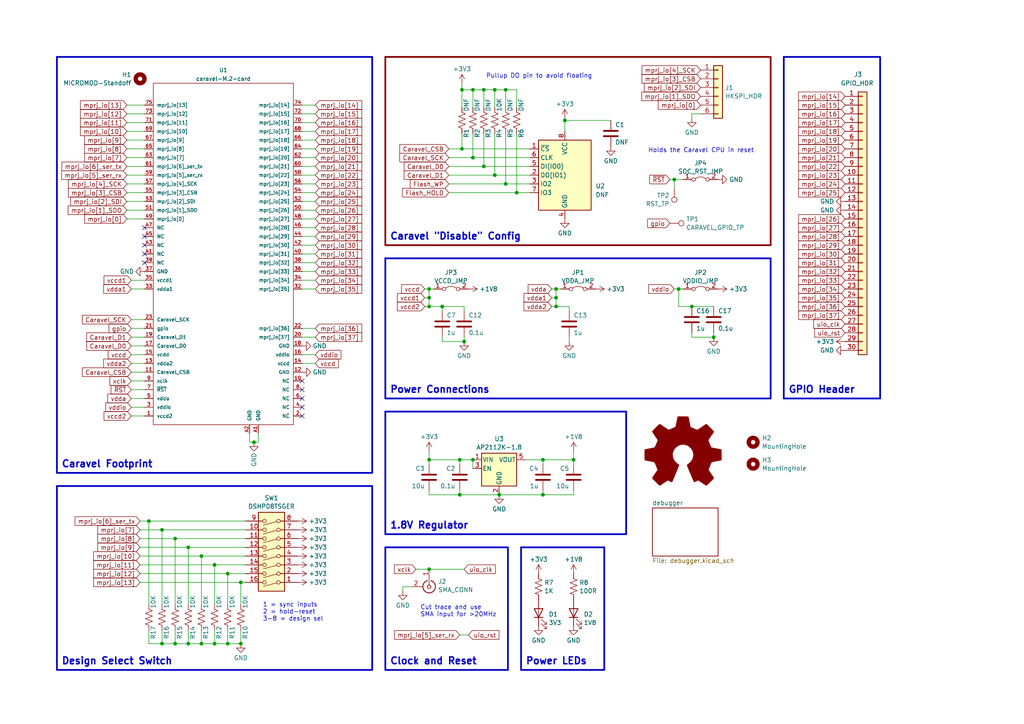
<source format=kicad_sch>
(kicad_sch (version 20230121) (generator eeschema)
  (paper "A4")
  (junction (at 146.685 53.34))
  (junction (at 46.99 186.69))
  (junction (at 54.61 186.69))
  (junction (at 137.16 133.35))
  (junction (at 143.51 50.8))
  (junction (at 62.23 186.69))
  (junction (at 161.29 88.9))
  (junction (at 149.86 55.88))
  (junction (at 144.78 143.51))
  (junction (at 134.62 99.06))
  (junction (at 157.48 143.51))
  (junction (at 50.8 156.21))
  (junction (at 157.48 133.35))
  (junction (at 200.66 88.9))
  (junction (at 161.29 83.82))
  (junction (at 58.42 186.69))
  (junction (at 43.18 151.13))
  (junction (at 128.27 88.9))
  (junction (at 69.85 186.69))
  (junction (at 46.99 153.67))
  (junction (at 58.42 161.29))
  (junction (at 66.04 186.69))
  (junction (at 133.35 143.51))
  (junction (at 133.35 133.35))
  (junction (at 133.985 26.035))
  (junction (at 196.85 83.82))
  (junction (at 163.83 34.925))
  (junction (at 62.23 163.83))
  (junction (at 124.46 165.1))
  (junction (at 73.66 128.27))
  (junction (at 166.37 133.35))
  (junction (at 124.46 133.35))
  (junction (at 124.46 86.36))
  (junction (at 133.985 43.18))
  (junction (at 161.29 86.36))
  (junction (at 140.335 26.035))
  (junction (at 50.8 186.69))
  (junction (at 140.335 48.26))
  (junction (at 69.85 168.91))
  (junction (at 54.61 158.75))
  (junction (at 137.16 26.035))
  (junction (at 137.16 45.72))
  (junction (at 195.58 52.07))
  (junction (at 143.51 26.035))
  (junction (at 207.01 97.79))
  (junction (at 66.04 166.37))
  (junction (at 146.685 26.035))
  (junction (at 124.46 88.9))
  (junction (at 124.46 83.82))
  (no_connect (at 41.91 66.04))
  (no_connect (at 87.63 113.03))
  (no_connect (at 41.91 76.2))
  (no_connect (at 41.91 68.58))
  (no_connect (at 41.91 73.66))
  (no_connect (at 87.63 120.65))
  (no_connect (at 41.91 71.12))
  (no_connect (at 87.63 110.49))
  (no_connect (at 87.63 118.11))
  (no_connect (at 87.63 115.57))
  (wire (pts (xy 146.685 26.035) (xy 146.685 31.115)))
  (wire (pts (xy 157.48 133.35) (xy 157.48 134.62)))
  (wire (pts (xy 124.46 133.35) (xy 133.35 133.35)))
  (wire (pts (xy 91.44 63.5) (xy 87.63 63.5)))
  (wire (pts (xy 73.66 128.27) (xy 72.39 128.27)))
  (wire (pts (xy 74.93 128.27) (xy 73.66 128.27)))
  (wire (pts (xy 43.18 151.13) (xy 71.12 151.13)))
  (wire (pts (xy 207.01 88.9) (xy 200.66 88.9)))
  (wire (pts (xy 130.175 55.88) (xy 149.86 55.88)))
  (wire (pts (xy 157.48 143.51) (xy 157.48 142.24)))
  (wire (pts (xy 91.44 30.48) (xy 87.63 30.48)))
  (wire (pts (xy 133.985 24.13) (xy 133.985 26.035)))
  (wire (pts (xy 41.91 53.34) (xy 36.83 53.34)))
  (wire (pts (xy 91.44 45.72) (xy 87.63 45.72)))
  (wire (pts (xy 124.46 88.9) (xy 123.19 88.9)))
  (wire (pts (xy 160.02 88.9) (xy 161.29 88.9)))
  (wire (pts (xy 124.46 133.35) (xy 124.46 134.62)))
  (wire (pts (xy 130.175 53.34) (xy 146.685 53.34)))
  (wire (pts (xy 40.64 153.67) (xy 46.99 153.67)))
  (wire (pts (xy 137.16 45.72) (xy 137.16 38.735)))
  (wire (pts (xy 130.175 50.8) (xy 143.51 50.8)))
  (wire (pts (xy 200.66 97.79) (xy 200.66 96.52)))
  (wire (pts (xy 140.335 31.115) (xy 140.335 26.035)))
  (wire (pts (xy 41.91 33.02) (xy 36.83 33.02)))
  (wire (pts (xy 41.91 115.57) (xy 38.1 115.57)))
  (wire (pts (xy 137.16 26.035) (xy 140.335 26.035)))
  (wire (pts (xy 128.27 88.9) (xy 128.27 90.17)))
  (wire (pts (xy 166.37 130.81) (xy 166.37 133.35)))
  (wire (pts (xy 91.44 83.82) (xy 87.63 83.82)))
  (wire (pts (xy 41.91 102.87) (xy 38.1 102.87)))
  (wire (pts (xy 50.8 156.21) (xy 50.8 175.26)))
  (wire (pts (xy 161.29 88.9) (xy 165.1 88.9)))
  (wire (pts (xy 66.04 166.37) (xy 66.04 175.26)))
  (wire (pts (xy 91.44 95.25) (xy 87.63 95.25)))
  (wire (pts (xy 46.99 186.69) (xy 43.18 186.69)))
  (wire (pts (xy 91.44 53.34) (xy 87.63 53.34)))
  (wire (pts (xy 160.02 86.36) (xy 161.29 86.36)))
  (wire (pts (xy 144.78 143.51) (xy 157.48 143.51)))
  (wire (pts (xy 149.86 55.88) (xy 149.86 38.735)))
  (wire (pts (xy 140.335 26.035) (xy 143.51 26.035)))
  (wire (pts (xy 69.85 168.91) (xy 69.85 175.26)))
  (wire (pts (xy 62.23 186.69) (xy 58.42 186.69)))
  (wire (pts (xy 41.91 120.65) (xy 38.1 120.65)))
  (wire (pts (xy 195.58 52.07) (xy 194.31 52.07)))
  (wire (pts (xy 134.62 99.06) (xy 134.62 97.79)))
  (wire (pts (xy 134.62 88.9) (xy 134.62 90.17)))
  (wire (pts (xy 41.91 35.56) (xy 36.83 35.56)))
  (wire (pts (xy 124.46 165.1) (xy 134.62 165.1)))
  (wire (pts (xy 133.35 133.35) (xy 133.35 134.62)))
  (wire (pts (xy 91.44 102.87) (xy 87.63 102.87)))
  (wire (pts (xy 124.46 130.81) (xy 124.46 133.35)))
  (wire (pts (xy 91.44 78.74) (xy 87.63 78.74)))
  (wire (pts (xy 74.93 125.73) (xy 74.93 128.27)))
  (wire (pts (xy 41.91 100.33) (xy 38.1 100.33)))
  (wire (pts (xy 58.42 186.69) (xy 54.61 186.69)))
  (wire (pts (xy 124.46 88.9) (xy 128.27 88.9)))
  (wire (pts (xy 153.67 53.34) (xy 146.685 53.34)))
  (wire (pts (xy 116.84 171.45) (xy 116.84 170.18)))
  (wire (pts (xy 69.85 186.69) (xy 66.04 186.69)))
  (wire (pts (xy 41.91 113.03) (xy 38.1 113.03)))
  (wire (pts (xy 153.67 50.8) (xy 143.51 50.8)))
  (wire (pts (xy 62.23 182.88) (xy 62.23 186.69)))
  (wire (pts (xy 133.985 26.035) (xy 137.16 26.035)))
  (wire (pts (xy 54.61 186.69) (xy 50.8 186.69)))
  (wire (pts (xy 41.91 107.95) (xy 38.1 107.95)))
  (wire (pts (xy 124.46 86.36) (xy 124.46 88.9)))
  (wire (pts (xy 207.01 97.79) (xy 200.66 97.79)))
  (wire (pts (xy 133.35 133.35) (xy 137.16 133.35)))
  (wire (pts (xy 128.27 99.06) (xy 128.27 97.79)))
  (wire (pts (xy 43.18 151.13) (xy 43.18 175.26)))
  (wire (pts (xy 137.16 133.35) (xy 137.16 135.89)))
  (wire (pts (xy 41.91 40.64) (xy 36.83 40.64)))
  (wire (pts (xy 165.1 99.06) (xy 165.1 97.79)))
  (wire (pts (xy 41.91 118.11) (xy 38.1 118.11)))
  (wire (pts (xy 43.18 182.88) (xy 43.18 186.69)))
  (wire (pts (xy 41.91 48.26) (xy 36.83 48.26)))
  (wire (pts (xy 153.67 43.18) (xy 133.985 43.18)))
  (wire (pts (xy 58.42 161.29) (xy 58.42 175.26)))
  (wire (pts (xy 91.44 76.2) (xy 87.63 76.2)))
  (wire (pts (xy 130.175 43.18) (xy 133.985 43.18)))
  (wire (pts (xy 146.685 26.035) (xy 143.51 26.035)))
  (wire (pts (xy 66.04 182.88) (xy 66.04 186.69)))
  (wire (pts (xy 130.175 48.26) (xy 140.335 48.26)))
  (wire (pts (xy 66.04 186.69) (xy 62.23 186.69)))
  (wire (pts (xy 41.91 92.71) (xy 38.1 92.71)))
  (wire (pts (xy 200.66 34.29) (xy 200.66 33.02)))
  (wire (pts (xy 41.91 81.28) (xy 38.1 81.28)))
  (wire (pts (xy 72.39 128.27) (xy 72.39 125.73)))
  (wire (pts (xy 133.35 184.15) (xy 135.89 184.15)))
  (wire (pts (xy 161.29 86.36) (xy 161.29 83.82)))
  (wire (pts (xy 165.1 88.9) (xy 165.1 90.17)))
  (wire (pts (xy 41.91 45.72) (xy 36.83 45.72)))
  (wire (pts (xy 40.64 161.29) (xy 58.42 161.29)))
  (wire (pts (xy 195.58 54.61) (xy 195.58 52.07)))
  (wire (pts (xy 54.61 158.75) (xy 54.61 175.26)))
  (wire (pts (xy 133.35 143.51) (xy 144.78 143.51)))
  (wire (pts (xy 46.99 182.88) (xy 46.99 186.69)))
  (wire (pts (xy 66.04 166.37) (xy 71.12 166.37)))
  (wire (pts (xy 166.37 133.35) (xy 166.37 134.62)))
  (wire (pts (xy 46.99 153.67) (xy 46.99 175.26)))
  (wire (pts (xy 124.46 83.82) (xy 124.46 86.36)))
  (wire (pts (xy 41.91 43.18) (xy 36.83 43.18)))
  (wire (pts (xy 50.8 182.88) (xy 50.8 186.69)))
  (wire (pts (xy 133.985 31.115) (xy 133.985 26.035)))
  (wire (pts (xy 58.42 161.29) (xy 71.12 161.29)))
  (wire (pts (xy 69.85 168.91) (xy 71.12 168.91)))
  (wire (pts (xy 69.85 182.88) (xy 69.85 186.69)))
  (wire (pts (xy 196.85 83.82) (xy 198.12 83.82)))
  (wire (pts (xy 146.685 53.34) (xy 146.685 38.735)))
  (wire (pts (xy 40.64 166.37) (xy 66.04 166.37)))
  (wire (pts (xy 41.91 97.79) (xy 38.1 97.79)))
  (wire (pts (xy 153.67 55.88) (xy 149.86 55.88)))
  (wire (pts (xy 41.91 60.96) (xy 36.83 60.96)))
  (wire (pts (xy 50.8 186.69) (xy 46.99 186.69)))
  (wire (pts (xy 124.46 83.82) (xy 125.73 83.82)))
  (wire (pts (xy 200.66 33.02) (xy 203.2 33.02)))
  (wire (pts (xy 143.51 50.8) (xy 143.51 38.735)))
  (wire (pts (xy 153.67 48.26) (xy 140.335 48.26)))
  (wire (pts (xy 41.91 63.5) (xy 36.83 63.5)))
  (wire (pts (xy 46.99 153.67) (xy 71.12 153.67)))
  (wire (pts (xy 41.91 30.48) (xy 36.83 30.48)))
  (wire (pts (xy 160.02 83.82) (xy 161.29 83.82)))
  (wire (pts (xy 140.335 48.26) (xy 140.335 38.735)))
  (wire (pts (xy 91.44 58.42) (xy 87.63 58.42)))
  (wire (pts (xy 91.44 38.1) (xy 87.63 38.1)))
  (wire (pts (xy 91.44 105.41) (xy 87.63 105.41)))
  (wire (pts (xy 130.175 45.72) (xy 137.16 45.72)))
  (wire (pts (xy 41.91 55.88) (xy 36.83 55.88)))
  (wire (pts (xy 91.44 48.26) (xy 87.63 48.26)))
  (wire (pts (xy 120.65 165.1) (xy 124.46 165.1)))
  (wire (pts (xy 149.86 26.035) (xy 146.685 26.035)))
  (wire (pts (xy 91.44 50.8) (xy 87.63 50.8)))
  (wire (pts (xy 166.37 143.51) (xy 157.48 143.51)))
  (wire (pts (xy 200.66 88.9) (xy 196.85 88.9)))
  (wire (pts (xy 40.64 151.13) (xy 43.18 151.13)))
  (wire (pts (xy 91.44 71.12) (xy 87.63 71.12)))
  (wire (pts (xy 133.985 43.18) (xy 133.985 38.735)))
  (wire (pts (xy 41.91 38.1) (xy 36.83 38.1)))
  (wire (pts (xy 124.46 143.51) (xy 124.46 142.24)))
  (wire (pts (xy 133.35 142.24) (xy 133.35 143.51)))
  (wire (pts (xy 133.35 143.51) (xy 124.46 143.51)))
  (wire (pts (xy 41.91 105.41) (xy 38.1 105.41)))
  (wire (pts (xy 163.83 34.925) (xy 177.165 34.925)))
  (wire (pts (xy 157.48 133.35) (xy 166.37 133.35)))
  (wire (pts (xy 54.61 182.88) (xy 54.61 186.69)))
  (wire (pts (xy 207.01 96.52) (xy 207.01 97.79)))
  (wire (pts (xy 91.44 97.79) (xy 87.63 97.79)))
  (wire (pts (xy 134.62 99.06) (xy 128.27 99.06)))
  (wire (pts (xy 195.58 83.82) (xy 196.85 83.82)))
  (wire (pts (xy 163.83 34.925) (xy 163.83 38.1)))
  (wire (pts (xy 41.91 83.82) (xy 38.1 83.82)))
  (wire (pts (xy 40.64 158.75) (xy 54.61 158.75)))
  (wire (pts (xy 58.42 182.88) (xy 58.42 186.69)))
  (wire (pts (xy 91.44 81.28) (xy 87.63 81.28)))
  (wire (pts (xy 91.44 43.18) (xy 87.63 43.18)))
  (wire (pts (xy 143.51 26.035) (xy 143.51 31.115)))
  (wire (pts (xy 91.44 68.58) (xy 87.63 68.58)))
  (wire (pts (xy 91.44 60.96) (xy 87.63 60.96)))
  (wire (pts (xy 62.23 163.83) (xy 71.12 163.83)))
  (wire (pts (xy 41.91 58.42) (xy 36.83 58.42)))
  (wire (pts (xy 91.44 40.64) (xy 87.63 40.64)))
  (wire (pts (xy 40.64 168.91) (xy 69.85 168.91)))
  (wire (pts (xy 166.37 142.24) (xy 166.37 143.51)))
  (wire (pts (xy 137.16 26.035) (xy 137.16 31.115)))
  (wire (pts (xy 91.44 73.66) (xy 87.63 73.66)))
  (wire (pts (xy 149.86 31.115) (xy 149.86 26.035)))
  (wire (pts (xy 195.58 52.07) (xy 198.12 52.07)))
  (wire (pts (xy 161.29 83.82) (xy 162.56 83.82)))
  (wire (pts (xy 40.64 163.83) (xy 62.23 163.83)))
  (wire (pts (xy 91.44 66.04) (xy 87.63 66.04)))
  (wire (pts (xy 41.91 95.25) (xy 38.1 95.25)))
  (wire (pts (xy 196.85 83.82) (xy 196.85 88.9)))
  (wire (pts (xy 128.27 88.9) (xy 134.62 88.9)))
  (wire (pts (xy 153.67 45.72) (xy 137.16 45.72)))
  (wire (pts (xy 41.91 110.49) (xy 38.1 110.49)))
  (wire (pts (xy 54.61 158.75) (xy 71.12 158.75)))
  (wire (pts (xy 116.84 170.18) (xy 119.38 170.18)))
  (wire (pts (xy 50.8 156.21) (xy 71.12 156.21)))
  (wire (pts (xy 91.44 35.56) (xy 87.63 35.56)))
  (wire (pts (xy 40.64 156.21) (xy 50.8 156.21)))
  (wire (pts (xy 161.29 88.9) (xy 161.29 86.36)))
  (wire (pts (xy 62.23 163.83) (xy 62.23 175.26)))
  (wire (pts (xy 124.46 86.36) (xy 123.19 86.36)))
  (wire (pts (xy 123.19 83.82) (xy 124.46 83.82)))
  (wire (pts (xy 163.83 34.29) (xy 163.83 34.925)))
  (wire (pts (xy 152.4 133.35) (xy 157.48 133.35)))
  (wire (pts (xy 41.91 50.8) (xy 36.83 50.8)))
  (wire (pts (xy 91.44 55.88) (xy 87.63 55.88)))
  (wire (pts (xy 91.44 33.02) (xy 87.63 33.02)))
  (rectangle (start 151.13 158.75) (end 175.26 194.31) (stroke (width 0.5)))
  (rectangle (start 227.33 16.51) (end 255.27 115.57) (stroke (width 0.5)))
  (rectangle (start 111.76 119.38) (end 181.61 154.94) (stroke (width 0.5)))
  (rectangle (start 111.76 158.75) (end 147.32 194.31) (stroke (width 0.5)))
  (rectangle (start 16.51 140.97) (end 107.95 194.31) (stroke (width 0.5)))
  (rectangle (start 16.51 16.51) (end 107.95 137.16) (stroke (width 0.5)))
  (rectangle (start 111.76 74.93) (end 223.52 115.57) (stroke (width 0.5)))
  (rectangle (start 111.76 16.51) (end 223.52 71.12) (stroke (width 0.5) (color 132 0 0 1)))
  (text "Power Connections" (at 113.03 114.3 0) (effects (font (size 2 2) (thickness 0.4) bold) (justify left bottom)))
  (text "Caravel Footprint" (at 17.78 135.89 0) (effects (font (size 2 2) (thickness 0.4) bold) (justify left bottom)))
  (text "Power LEDs" (at 152.4 193.04 0) (effects (font (size 2 2) (thickness 0.4) bold) (justify left bottom)))
  (text "1.8V Regulator" (at 113.03 153.67 0) (effects (font (size 2 2) (thickness 0.4) bold) (justify left bottom)))
  (text "Design Select Switch" (at 17.78 193.04 0) (effects (font (size 2 2) (thickness 0.4) bold) (justify left bottom)))
  (text "Caravel \"Disable\" Config" (at 113.03 69.85 0) (effects (font (size 2 2) (thickness 0.4) bold) (justify left bottom)))
  (text "Cut trace and use\nSMA input for >20MHz" (at 121.92 179.07 0) (effects (font (size 1.27 1.27)) (justify left bottom)))
  (text "Pullup DO pin to avoid floating" (at 140.97 22.86 0) (effects (font (size 1.27 1.27)) (justify left bottom)))
  (text "Clock and Reset" (at 113.03 193.04 0) (effects (font (size 2 2) (thickness 0.4) bold) (justify left bottom)))
  (text "GPIO Header" (at 228.6 114.3 0) (effects (font (size 2 2) (thickness 0.4) bold) (justify left bottom)))
  (text "1 = sync inputs\n2 = hold-reset\n3-8 = design sel" (at 76.2 180.34 0) (effects (font (size 1.27 1.27)) (justify left bottom)))
  (text "Holds the Caravel CPU in reset" (at 187.96 44.45 0) (effects (font (size 1.27 1.27)) (justify left bottom)))
  (global_label "mprj_io[30]" (shape input) (at 91.44 71.12 0) (property "Intersheetrefs" "${INTERSHEET_REFS}" (effects hide)))
  (global_label "mprj_io[13]" (shape input) (at 36.83 30.48 180) (property "Intersheetrefs" "${INTERSHEET_REFS}" (effects hide)))
  (global_label "mprj_io[33]" (shape input) (at 245.11 81.28 180) (property "Intersheetrefs" "${INTERSHEET_REFS}" (effects hide)))
  (global_label "mprj_io[11]" (shape input) (at 40.64 163.83 180) (property "Intersheetrefs" "${INTERSHEET_REFS}" (effects hide)))
  (global_label "uio_rst" (shape input) (at 135.89 184.15 0) (property "Intersheetrefs" "${INTERSHEET_REFS}" (effects hide)))
  (global_label "mprj_io[13]" (shape input) (at 40.64 168.91 180) (property "Intersheetrefs" "${INTERSHEET_REFS}" (effects hide)))
  (global_label "vdda" (shape input) (at 38.1 115.57 180) (property "Intersheetrefs" "${INTERSHEET_REFS}" (effects hide)))
  (global_label "mprj_io[7]" (shape input) (at 40.64 153.67 180) (property "Intersheetrefs" "${INTERSHEET_REFS}" (effects hide)))
  (global_label "mprj_io[18]" (shape input) (at 245.11 38.1 180) (property "Intersheetrefs" "${INTERSHEET_REFS}" (effects hide)))
  (global_label "mprj_io[27]" (shape input) (at 91.44 63.5 0) (property "Intersheetrefs" "${INTERSHEET_REFS}" (effects hide)))
  (global_label "mprj_io[7]" (shape input) (at 36.83 45.72 180) (property "Intersheetrefs" "${INTERSHEET_REFS}" (effects hide)))
  (global_label "mprj_io[9]" (shape input) (at 40.64 158.75 180) (property "Intersheetrefs" "${INTERSHEET_REFS}" (effects hide)))
  (global_label "vdda2" (shape input) (at 160.02 88.9 180) (property "Intersheetrefs" "${INTERSHEET_REFS}" (effects hide)))
  (global_label "mprj_io[20]" (shape input) (at 245.11 43.18 180) (property "Intersheetrefs" "${INTERSHEET_REFS}" (effects hide)))
  (global_label "mprj_io[6]_ser_tx" (shape input) (at 36.83 48.26 180) (property "Intersheetrefs" "${INTERSHEET_REFS}" (effects hide)))
  (global_label "uio_rst" (shape input) (at 245.11 96.52 180) (property "Intersheetrefs" "${INTERSHEET_REFS}" (effects hide)))
  (global_label "mprj_io[5]_ser_rx" (shape input) (at 36.83 50.8 180) (property "Intersheetrefs" "${INTERSHEET_REFS}" (effects hide)))
  (global_label "mprj_io[2]_SDI" (shape input) (at 203.2 25.4 180) (property "Intersheetrefs" "${INTERSHEET_REFS}" (effects hide)))
  (global_label "Caravel_D1" (shape input) (at 38.1 97.79 180) (property "Intersheetrefs" "${INTERSHEET_REFS}" (effects hide)))
  (global_label "mprj_io[8]" (shape input) (at 40.64 156.21 180) (property "Intersheetrefs" "${INTERSHEET_REFS}" (effects hide)))
  (global_label "Caravel_CSB" (shape input) (at 130.175 43.18 180) (property "Intersheetrefs" "${INTERSHEET_REFS}" (effects hide)))
  (global_label "mprj_io[16]" (shape input) (at 91.44 35.56 0) (property "Intersheetrefs" "${INTERSHEET_REFS}" (effects hide)))
  (global_label "mprj_io[0]" (shape input) (at 203.2 30.48 180) (property "Intersheetrefs" "${INTERSHEET_REFS}" (effects hide)))
  (global_label "mprj_io[34]" (shape input) (at 91.44 81.28 0) (property "Intersheetrefs" "${INTERSHEET_REFS}" (effects hide)))
  (global_label "mprj_io[32]" (shape input) (at 91.44 76.2 0) (property "Intersheetrefs" "${INTERSHEET_REFS}" (effects hide)))
  (global_label "mprj_io[8]" (shape input) (at 36.83 43.18 180) (property "Intersheetrefs" "${INTERSHEET_REFS}" (effects hide)))
  (global_label "mprj_io[21]" (shape input) (at 91.44 48.26 0) (property "Intersheetrefs" "${INTERSHEET_REFS}" (effects hide)))
  (global_label "vdda2" (shape input) (at 38.1 105.41 180) (property "Intersheetrefs" "${INTERSHEET_REFS}" (effects hide)))
  (global_label "vccd" (shape input) (at 38.1 102.87 180) (property "Intersheetrefs" "${INTERSHEET_REFS}" (effects hide)))
  (global_label "vdda1" (shape input) (at 160.02 86.36 180) (property "Intersheetrefs" "${INTERSHEET_REFS}" (effects hide)))
  (global_label "mprj_io[29]" (shape input) (at 245.11 71.12 180) (property "Intersheetrefs" "${INTERSHEET_REFS}" (effects hide)))
  (global_label "mprj_io[33]" (shape input) (at 91.44 78.74 0) (property "Intersheetrefs" "${INTERSHEET_REFS}" (effects hide)))
  (global_label "mprj_io[19]" (shape input) (at 245.11 40.64 180) (property "Intersheetrefs" "${INTERSHEET_REFS}" (effects hide)))
  (global_label "mprj_io[19]" (shape input) (at 91.44 43.18 0) (property "Intersheetrefs" "${INTERSHEET_REFS}" (effects hide)))
  (global_label "mprj_io[12]" (shape input) (at 36.83 33.02 180) (property "Intersheetrefs" "${INTERSHEET_REFS}" (effects hide)))
  (global_label "mprj_io[1]_SDO" (shape input) (at 203.2 27.94 180) (property "Intersheetrefs" "${INTERSHEET_REFS}" (effects hide)))
  (global_label "mprj_io[14]" (shape input) (at 245.11 27.94 180) (property "Intersheetrefs" "${INTERSHEET_REFS}" (effects hide)))
  (global_label "mprj_io[36]" (shape input) (at 245.11 88.9 180) (property "Intersheetrefs" "${INTERSHEET_REFS}" (effects hide)))
  (global_label "mprj_io[28]" (shape input) (at 245.11 68.58 180) (property "Intersheetrefs" "${INTERSHEET_REFS}" (effects hide)))
  (global_label "mprj_io[26]" (shape input) (at 91.44 60.96 0) (property "Intersheetrefs" "${INTERSHEET_REFS}" (effects hide)))
  (global_label "mprj_io[28]" (shape input) (at 91.44 66.04 0) (property "Intersheetrefs" "${INTERSHEET_REFS}" (effects hide)))
  (global_label "vccd2" (shape input) (at 38.1 120.65 180) (property "Intersheetrefs" "${INTERSHEET_REFS}" (effects hide)))
  (global_label "mprj_io[23]" (shape input) (at 245.11 50.8 180) (property "Intersheetrefs" "${INTERSHEET_REFS}" (effects hide)))
  (global_label "vccd" (shape input) (at 91.44 105.41 0) (property "Intersheetrefs" "${INTERSHEET_REFS}" (effects hide)))
  (global_label "mprj_io[22]" (shape input) (at 91.44 50.8 0) (property "Intersheetrefs" "${INTERSHEET_REFS}" (effects hide)))
  (global_label "Caravel_D1" (shape input) (at 130.175 50.8 180) (property "Intersheetrefs" "${INTERSHEET_REFS}" (effects hide)))
  (global_label "mprj_io[12]" (shape input) (at 40.64 166.37 180) (property "Intersheetrefs" "${INTERSHEET_REFS}" (effects hide)))
  (global_label "mprj_io[20]" (shape input) (at 91.44 45.72 0) (property "Intersheetrefs" "${INTERSHEET_REFS}" (effects hide)))
  (global_label "vccd2" (shape input) (at 123.19 88.9 180) (property "Intersheetrefs" "${INTERSHEET_REFS}" (effects hide)))
  (global_label "mprj_io[26]" (shape input) (at 245.11 63.5 180) (property "Intersheetrefs" "${INTERSHEET_REFS}" (effects hide)))
  (global_label "mprj_io[17]" (shape input) (at 91.44 38.1 0) (property "Intersheetrefs" "${INTERSHEET_REFS}" (effects hide)))
  (global_label "uio_clk" (shape input) (at 134.62 165.1 0) (property "Intersheetrefs" "${INTERSHEET_REFS}" (effects hide)))
  (global_label "mprj_io[2]_SDI" (shape input) (at 36.83 58.42 180) (property "Intersheetrefs" "${INTERSHEET_REFS}" (effects hide)))
  (global_label "mprj_io[3]_CSB" (shape input) (at 203.2 22.86 180) (property "Intersheetrefs" "${INTERSHEET_REFS}" (effects hide)))
  (global_label "Caravel_SCK" (shape input) (at 130.175 45.72 180) (property "Intersheetrefs" "${INTERSHEET_REFS}" (effects hide)))
  (global_label "mprj_io[4]_SCK" (shape input) (at 36.83 53.34 180) (property "Intersheetrefs" "${INTERSHEET_REFS}" (effects hide)))
  (global_label "mprj_io[22]" (shape input) (at 245.11 48.26 180) (property "Intersheetrefs" "${INTERSHEET_REFS}" (effects hide)))
  (global_label "mprj_io[9]" (shape input) (at 36.83 40.64 180) (property "Intersheetrefs" "${INTERSHEET_REFS}" (effects hide)))
  (global_label "mprj_io[1]_SDO" (shape input) (at 36.83 60.96 180) (property "Intersheetrefs" "${INTERSHEET_REFS}" (effects hide)))
  (global_label "Caravel_D0" (shape input) (at 38.1 100.33 180) (property "Intersheetrefs" "${INTERSHEET_REFS}" (effects hide)))
  (global_label "vdda" (shape input) (at 160.02 83.82 180) (property "Intersheetrefs" "${INTERSHEET_REFS}" (effects hide)))
  (global_label "Flash_WP" (shape input) (at 130.175 53.34 180) (property "Intersheetrefs" "${INTERSHEET_REFS}" (effects hide)))
  (global_label "mprj_io[15]" (shape input) (at 91.44 33.02 0) (property "Intersheetrefs" "${INTERSHEET_REFS}" (effects hide)))
  (global_label "mprj_io[24]" (shape input) (at 245.11 53.34 180) (property "Intersheetrefs" "${INTERSHEET_REFS}" (effects hide)))
  (global_label "mprj_io[35]" (shape input) (at 91.44 83.82 0) (property "Intersheetrefs" "${INTERSHEET_REFS}" (effects hide)))
  (global_label "mprj_io[17]" (shape input) (at 245.11 35.56 180) (property "Intersheetrefs" "${INTERSHEET_REFS}" (effects hide)))
  (global_label "vdda1" (shape input) (at 38.1 83.82 180) (property "Intersheetrefs" "${INTERSHEET_REFS}" (effects hide)))
  (global_label "gpio" (shape input) (at 194.31 64.77 180) (property "Intersheetrefs" "${INTERSHEET_REFS}" (effects hide)))
  (global_label "vddio" (shape input) (at 38.1 118.11 180) (property "Intersheetrefs" "${INTERSHEET_REFS}" (effects hide)))
  (global_label "Flash_HOLD" (shape input) (at 130.175 55.88 180) (property "Intersheetrefs" "${INTERSHEET_REFS}" (effects hide)))
  (global_label "mprj_io[3]_CSB" (shape input) (at 36.83 55.88 180) (property "Intersheetrefs" "${INTERSHEET_REFS}" (effects hide)))
  (global_label "mprj_io[32]" (shape input) (at 245.11 78.74 180) (property "Intersheetrefs" "${INTERSHEET_REFS}" (effects hide)))
  (global_label "~{RST}" (shape input) (at 38.1 113.03 180) (property "Intersheetrefs" "${INTERSHEET_REFS}" (effects hide)))
  (global_label "mprj_io[31]" (shape input) (at 91.44 73.66 0) (property "Intersheetrefs" "${INTERSHEET_REFS}" (effects hide)))
  (global_label "mprj_io[11]" (shape input) (at 36.83 35.56 180) (property "Intersheetrefs" "${INTERSHEET_REFS}" (effects hide)))
  (global_label "mprj_io[25]" (shape input) (at 91.44 58.42 0) (property "Intersheetrefs" "${INTERSHEET_REFS}" (effects hide)))
  (global_label "vccd" (shape input) (at 123.19 83.82 180) (property "Intersheetrefs" "${INTERSHEET_REFS}" (effects hide)))
  (global_label "mprj_io[25]" (shape input) (at 245.11 55.88 180) (property "Intersheetrefs" "${INTERSHEET_REFS}" (effects hide)))
  (global_label "mprj_io[10]" (shape input) (at 36.83 38.1 180) (property "Intersheetrefs" "${INTERSHEET_REFS}" (effects hide)))
  (global_label "mprj_io[10]" (shape input) (at 40.64 161.29 180) (property "Intersheetrefs" "${INTERSHEET_REFS}" (effects hide)))
  (global_label "Caravel_CSB" (shape input) (at 38.1 107.95 180) (property "Intersheetrefs" "${INTERSHEET_REFS}" (effects hide)))
  (global_label "mprj_io[36]" (shape input) (at 91.44 95.25 0) (property "Intersheetrefs" "${INTERSHEET_REFS}" (effects hide)))
  (global_label "mprj_io[4]_SCK" (shape input) (at 203.2 20.32 180) (property "Intersheetrefs" "${INTERSHEET_REFS}" (effects hide)))
  (global_label "mprj_io[14]" (shape input) (at 91.44 30.48 0) (property "Intersheetrefs" "${INTERSHEET_REFS}" (effects hide)))
  (global_label "mprj_io[15]" (shape input) (at 245.11 30.48 180) (property "Intersheetrefs" "${INTERSHEET_REFS}" (effects hide)))
  (global_label "mprj_io[37]" (shape input) (at 245.11 91.44 180) (property "Intersheetrefs" "${INTERSHEET_REFS}" (effects hide)))
  (global_label "mprj_io[31]" (shape input) (at 245.11 76.2 180) (property "Intersheetrefs" "${INTERSHEET_REFS}" (effects hide)))
  (global_label "mprj_io[23]" (shape input) (at 91.44 53.34 0) (property "Intersheetrefs" "${INTERSHEET_REFS}" (effects hide)))
  (global_label "mprj_io[18]" (shape input) (at 91.44 40.64 0) (property "Intersheetrefs" "${INTERSHEET_REFS}" (effects hide)))
  (global_label "vddio" (shape input) (at 195.58 83.82 180) (property "Intersheetrefs" "${INTERSHEET_REFS}" (effects hide)))
  (global_label "mprj_io[0]" (shape input) (at 36.83 63.5 180) (property "Intersheetrefs" "${INTERSHEET_REFS}" (effects hide)))
  (global_label "mprj_io[21]" (shape input) (at 245.11 45.72 180) (property "Intersheetrefs" "${INTERSHEET_REFS}" (effects hide)))
  (global_label "Caravel_D0" (shape input) (at 130.175 48.26 180) (property "Intersheetrefs" "${INTERSHEET_REFS}" (effects hide)))
  (global_label "vddio" (shape input) (at 91.44 102.87 0) (property "Intersheetrefs" "${INTERSHEET_REFS}" (effects hide)))
  (global_label "mprj_io[35]" (shape input) (at 245.11 86.36 180) (property "Intersheetrefs" "${INTERSHEET_REFS}" (effects hide)))
  (global_label "mprj_io[29]" (shape input) (at 91.44 68.58 0) (property "Intersheetrefs" "${INTERSHEET_REFS}" (effects hide)))
  (global_label "mprj_io[6]_ser_tx" (shape input) (at 40.64 151.13 180) (property "Intersheetrefs" "${INTERSHEET_REFS}" (effects hide)))
  (global_label "uio_clk" (shape input) (at 245.11 93.98 180) (property "Intersheetrefs" "${INTERSHEET_REFS}" (effects hide)))
  (global_label "vccd1" (shape input) (at 123.19 86.36 180) (property "Intersheetrefs" "${INTERSHEET_REFS}" (effects hide)))
  (global_label "mprj_io[34]" (shape input) (at 245.11 83.82 180) (property "Intersheetrefs" "${INTERSHEET_REFS}" (effects hide)))
  (global_label "vccd1" (shape input) (at 38.1 81.28 180) (property "Intersheetrefs" "${INTERSHEET_REFS}" (effects hide)))
  (global_label "mprj_io[30]" (shape input) (at 245.11 73.66 180) (property "Intersheetrefs" "${INTERSHEET_REFS}" (effects hide)))
  (global_label "xclk" (shape input) (at 120.65 165.1 180) (property "Intersheetrefs" "${INTERSHEET_REFS}" (effects hide)))
  (global_label "xclk" (shape input) (at 38.1 110.49 180) (property "Intersheetrefs" "${INTERSHEET_REFS}" (effects hide)))
  (global_label "mprj_io[16]" (shape input) (at 245.11 33.02 180) (property "Intersheetrefs" "${INTERSHEET_REFS}" (effects hide)))
  (global_label "gpio" (shape input) (at 38.1 95.25 180) (property "Intersheetrefs" "${INTERSHEET_REFS}" (effects hide)))
  (global_label "Caravel_SCK" (shape input) (at 38.1 92.71 180) (property "Intersheetrefs" "${INTERSHEET_REFS}" (effects hide)))
  (global_label "mprj_io[5]_ser_rx" (shape input) (at 133.35 184.15 180) (property "Intersheetrefs" "${INTERSHEET_REFS}" (effects hide)))
  (global_label "mprj_io[24]" (shape input) (at 91.44 55.88 0) (property "Intersheetrefs" "${INTERSHEET_REFS}" (effects hide)))
  (global_label "mprj_io[27]" (shape input) (at 245.11 66.04 180) (property "Intersheetrefs" "${INTERSHEET_REFS}" (effects hide)))
  (global_label "~{RST}" (shape input) (at 194.31 52.07 180) (property "Intersheetrefs" "${INTERSHEET_REFS}" (effects hide)))
  (global_label "mprj_io[37]" (shape input) (at 91.44 97.79 0) (property "Intersheetrefs" "${INTERSHEET_REFS}" (effects hide)))
  (symbol (lib_id "Graphic:Logo_Open_Hardware_Large") (at 198.12 132.08 0) (unit 1) (in_bom no) (on_board no)
    (property "Reference" "#SYM1" (effects hide))
    (property "Value" "Logo_Open_Hardware_Large" (effects hide))
    (property "Footprint" "Symbol:OSHW-Logo_11.4x12mm_SilkScreen" (effects hide))
    (property "Sim.Enable" "0" (effects hide))
  )
  (symbol (lib_id "Device:R_US") (at 54.61 179.07 0) (unit 1)
    (property "Reference" "R14" (at 55.88 185.42 90) (effects (justify left)))
    (property "Value" "10K" (at 55.88 176.53 90) (effects (justify left)))
    (property "Footprint" "Resistor_SMD:R_0805_2012Metric" (effects hide))
    (property "LCSC" "C17414" (effects hide))
  )
  (symbol (lib_id "power:GND") (at 208.28 52.07 90) (unit 1)
    (property "Reference" "#PWR019" (effects hide))
    (property "Value" "GND" (at 211.455 52.07 90) (effects (justify right)))
  )
  (symbol (lib_id "power:+1V8") (at 166.37 130.81 0) (unit 1)
    (property "Reference" "#PWR013" (effects hide))
    (property "Value" "+1V8" (at 166.37 126.6769 0))
  )
  (symbol (lib_id "Device:C") (at 124.46 138.43 0) (mirror y) (unit 1)
    (property "Reference" "C3" (at 123.19 135.89 0) (effects (justify left)))
    (property "Value" "10u" (at 123.19 140.97 0) (effects (justify left)))
    (property "Footprint" "Capacitor_SMD:C_0603_1608Metric" (effects hide))
    (property "LCSC" "C19702" (effects hide))
  )
  (symbol (lib_id "Device:C") (at 157.48 138.43 0) (mirror y) (unit 1)
    (property "Reference" "C4" (at 156.21 135.89 0) (effects (justify left)))
    (property "Value" "1u" (at 156.21 140.97 0) (effects (justify left)))
    (property "Footprint" "Capacitor_SMD:C_0603_1608Metric" (effects hide))
    (property "LCSC" "C15849" (effects hide))
  )
  (symbol (lib_id "power:+3V3") (at 172.72 83.82 270) (unit 1)
    (property "Reference" "#PWR017" (effects hide))
    (property "Value" "+3V3" (at 175.895 83.82 90) (effects (justify left)))
  )
  (symbol (lib_id "Device:C") (at 165.1 93.98 0) (unit 1)
    (property "Reference" "C13" (at 166.37 91.44 0) (effects (justify left)))
    (property "Value" "1u" (at 166.37 96.52 0) (effects (justify left)))
    (property "Footprint" "Capacitor_SMD:C_0603_1608Metric" (effects hide))
    (property "LCSC" "C15849" (effects hide))
  )
  (symbol (lib_id "Device:R_US") (at 156.21 170.18 180) (unit 1)
    (property "Reference" "R7" (at 157.861 168.9679 0) (effects (justify right)))
    (property "Value" "1K" (at 157.861 171.3921 0) (effects (justify right)))
    (property "Footprint" "Resistor_SMD:R_0805_2012Metric" (effects hide))
    (property "LCSC" "C17513" (effects hide))
  )
  (symbol (lib_id "Device:R_US") (at 137.16 34.925 0) (unit 1)
    (property "Reference" "R2" (at 138.43 40.005 90) (effects (justify left)))
    (property "Value" "DNF" (at 138.43 32.385 90) (effects (justify left)))
    (property "Footprint" "Resistor_SMD:R_0805_2012Metric" (effects hide))
  )
  (symbol (lib_id "Device:C") (at 128.27 93.98 0) (unit 1)
    (property "Reference" "C7" (at 129.54 91.44 0) (effects (justify left)))
    (property "Value" "1u" (at 129.54 96.52 0) (effects (justify left)))
    (property "Footprint" "Capacitor_SMD:C_0603_1608Metric" (effects hide))
    (property "LCSC" "C15849" (effects hide))
  )
  (symbol (lib_id "Connector_Generic:Conn_01x06") (at 208.28 25.4 0) (unit 1)
    (property "Reference" "J1" (at 210.312 25.4579 0) (effects (justify left)))
    (property "Value" "HKSPI_HDR" (at 210.312 27.8821 0) (effects (justify left)))
    (property "Footprint" "Connector_PinHeader_2.54mm:PinHeader_1x06_P2.54mm_Vertical" (effects hide))
  )
  (symbol (lib_id "Jumper:Jumper_2_Bridged") (at 167.64 83.82 0) (unit 1)
    (property "Reference" "JP1" (at 167.64 79.0407 0))
    (property "Value" "VDDA_JMP" (at 167.64 81.4649 0))
    (property "Footprint" "Jumper:SolderJumper-2_P1.3mm_Bridged2Bar_Pad1.0x1.5mm" (effects hide))
  )
  (symbol (lib_id "Device:R_US") (at 133.985 34.925 0) (unit 1)
    (property "Reference" "R1" (at 135.255 40.005 90) (effects (justify left)))
    (property "Value" "DNF" (at 135.255 32.385 90) (effects (justify left)))
    (property "Footprint" "Resistor_SMD:R_0805_2012Metric" (effects hide))
  )
  (symbol (lib_id "power:+3V3") (at 86.36 158.75 270) (unit 1)
    (property "Reference" "#PWR025" (effects hide))
    (property "Value" "+3V3" (at 89.535 158.75 90) (effects (justify left)))
  )
  (symbol (lib_id "Caravel_board:caravel-M.2-card") (at 64.77 77.47 0) (unit 1)
    (property "Reference" "U1" (at 64.77 20.32 0) (effects (font (size 1.143 1.143))))
    (property "Value" "caravel-M.2-card" (at 64.77 22.86 0) (effects (font (size 1.143 1.143))))
    (property "Footprint" "MicroMod-Sparkfun:M.2-CONNECTOR-E" (effects hide))
    (property "LCSC" "C2977809" (effects hide))
  )
  (symbol (lib_id "Jumper:Jumper_2_Bridged") (at 130.81 83.82 0) (unit 1)
    (property "Reference" "JP3" (at 130.81 79.0407 0))
    (property "Value" "VCCD_JMP" (at 130.81 81.4649 0))
    (property "Footprint" "Jumper:SolderJumper-2_P1.3mm_Bridged2Bar_Pad1.0x1.5mm" (effects hide))
  )
  (symbol (lib_id "power:+3V3") (at 245.11 99.06 90) (unit 1)
    (property "Reference" "#PWR033" (effects hide))
    (property "Value" "+3V3" (at 241.935 99.06 90) (effects (justify left)))
  )
  (symbol (lib_id "power:GND") (at 245.11 58.42 270) (unit 1)
    (property "Reference" "#PWR034" (effects hide))
    (property "Value" "GND" (at 241.9351 58.42 90) (effects (justify right)))
  )
  (symbol (lib_id "power:+3V3") (at 86.36 156.21 270) (unit 1)
    (property "Reference" "#PWR024" (effects hide))
    (property "Value" "+3V3" (at 89.535 156.21 90) (effects (justify left)))
  )
  (symbol (lib_id "Device:R_US") (at 146.685 34.925 0) (unit 1)
    (property "Reference" "R5" (at 147.955 40.005 90) (effects (justify left)))
    (property "Value" "DNF" (at 147.955 32.385 90) (effects (justify left)))
    (property "Footprint" "Resistor_SMD:R_0805_2012Metric" (effects hide))
  )
  (symbol (lib_id "power:+3V3") (at 86.36 166.37 270) (unit 1)
    (property "Reference" "#PWR028" (effects hide))
    (property "Value" "+3V3" (at 89.535 166.37 90) (effects (justify left)))
  )
  (symbol (lib_id "power:+3V3") (at 86.36 161.29 270) (unit 1)
    (property "Reference" "#PWR026" (effects hide))
    (property "Value" "+3V3" (at 89.535 161.29 90) (effects (justify left)))
  )
  (symbol (lib_id "Mechanical:MountingHole") (at 218.44 134.62 0) (unit 1)
    (property "Reference" "H3" (at 220.98 133.4079 0) (effects (justify left)))
    (property "Value" "MountingHole" (at 220.98 135.8321 0) (effects (justify left)))
    (property "Footprint" "MountingHole:MountingHole_3.2mm_M3_Pad_Via" (effects hide))
  )
  (symbol (lib_id "Regulator_Linear:AP2112K-1.8") (at 144.78 135.89 0) (unit 1)
    (property "Reference" "U3" (at 144.78 127.3007 0))
    (property "Value" "AP2112K-1.8" (at 144.78 129.7249 0))
    (property "Footprint" "Package_TO_SOT_SMD:SOT-23-5" (effects hide))
    (property "Datasheet" "https://www.diodes.com/assets/Datasheets/AP2112.pdf" (effects hide))
    (property "LCSC" "C176944" (effects hide))
  )
  (symbol (lib_id "power:+3V3") (at 86.36 151.13 270) (unit 1)
    (property "Reference" "#PWR022" (effects hide))
    (property "Value" "+3V3" (at 89.535 151.13 90) (effects (justify left)))
  )
  (symbol (lib_id "power:GND") (at 156.21 181.61 0) (unit 1)
    (property "Reference" "#PWR09" (effects hide))
    (property "Value" "GND" (at 156.21 185.7431 0))
  )
  (symbol (lib_id "power:+3V3") (at 133.985 24.13 0) (unit 1)
    (property "Reference" "#PWR05" (effects hide))
    (property "Value" "+3V3" (at 133.985 19.9969 0))
  )
  (symbol (lib_id "power:GND") (at 245.11 101.6 270) (unit 1)
    (property "Reference" "#PWR037" (effects hide))
    (property "Value" "GND" (at 241.9351 101.6 90) (effects (justify right)))
  )
  (symbol (lib_id "Device:R_US") (at 46.99 179.07 0) (unit 1)
    (property "Reference" "R16" (at 48.26 185.42 90) (effects (justify left)))
    (property "Value" "10K" (at 48.26 176.53 90) (effects (justify left)))
    (property "Footprint" "Resistor_SMD:R_0805_2012Metric" (effects hide))
    (property "LCSC" "C17414" (effects hide))
  )
  (symbol (lib_id "Device:C") (at 133.35 138.43 0) (mirror y) (unit 1)
    (property "Reference" "C2" (at 132.08 135.89 0) (effects (justify left)))
    (property "Value" "0.1u" (at 132.08 140.97 0) (effects (justify left)))
    (property "Footprint" "Capacitor_SMD:C_0603_1608Metric" (effects hide))
    (property "LCSC" "C14663" (effects hide))
  )
  (symbol (lib_id "Jumper:Jumper_2_Bridged") (at 203.2 83.82 0) (unit 1)
    (property "Reference" "JP2" (at 203.2 79.0407 0))
    (property "Value" "VDDIO_JMP" (at 203.2 81.4649 0))
    (property "Footprint" "Jumper:SolderJumper-2_P1.3mm_Bridged2Bar_Pad1.0x1.5mm" (effects hide))
  )
  (symbol (lib_id "power:GND") (at 116.84 171.45 0) (unit 1)
    (property "Reference" "#PWR021" (effects hide))
    (property "Value" "GND" (at 116.84 175.5831 0))
  )
  (symbol (lib_id "power:+3V3") (at 163.83 34.29 0) (unit 1)
    (property "Reference" "#PWR06" (effects hide))
    (property "Value" "+3V3" (at 163.83 30.1569 0))
  )
  (symbol (lib_id "power:+3V3") (at 124.46 130.81 0) (unit 1)
    (property "Reference" "#PWR011" (effects hide))
    (property "Value" "+3V3" (at 124.46 126.6769 0))
  )
  (symbol (lib_id "Device:R_US") (at 69.85 179.07 0) (unit 1)
    (property "Reference" "R10" (at 71.12 185.42 90) (effects (justify left)))
    (property "Value" "10K" (at 71.12 176.53 90) (effects (justify left)))
    (property "Footprint" "Resistor_SMD:R_0805_2012Metric" (effects hide))
    (property "LCSC" "C17414" (effects hide))
  )
  (symbol (lib_id "Device:C") (at 166.37 138.43 0) (mirror y) (unit 1)
    (property "Reference" "C5" (at 165.1 135.89 0) (effects (justify left)))
    (property "Value" "10u" (at 165.1 140.97 0) (effects (justify left)))
    (property "Footprint" "Capacitor_SMD:C_0603_1608Metric" (effects hide))
    (property "LCSC" "C19702" (effects hide))
  )
  (symbol (lib_id "power:GND") (at 41.91 78.74 270) (unit 1)
    (property "Reference" "#PWR01" (effects hide))
    (property "Value" "GND" (at 36.83 78.74 90))
  )
  (symbol (lib_id "power:GND") (at 87.63 100.33 90) (unit 1)
    (property "Reference" "#PWR03" (effects hide))
    (property "Value" "GND" (at 92.71 100.33 90))
  )
  (symbol (lib_id "Connector:Conn_Coaxial") (at 124.46 170.18 270) (unit 1)
    (property "Reference" "J2" (at 127.0486 168.6504 90) (effects (justify left)))
    (property "Value" "SMA_CONN" (at 127.0486 171.0746 90) (effects (justify left)))
    (property "Footprint" "Connector_Coaxial:SMB_Jack_Vertical" (effects hide))
    (property "Datasheet" " ~" (effects hide))
  )
  (symbol (lib_id "Device:LED") (at 156.21 177.8 90) (unit 1)
    (property "Reference" "D1" (at 159.131 178.1754 90) (effects (justify right)))
    (property "Value" "3V3" (at 159.131 180.5996 90) (effects (justify right)))
    (property "Footprint" "LED_SMD:LED_0805_2012Metric" (effects hide))
    (property "LCSC" "C98221" (effects hide))
  )
  (symbol (lib_id "power:GND") (at 200.66 34.29 0) (unit 1)
    (property "Reference" "#PWR020" (effects hide))
    (property "Value" "GND" (at 200.66 38.4231 0))
  )
  (symbol (lib_id "power:GND") (at 245.11 60.96 270) (unit 1)
    (property "Reference" "#PWR036" (effects hide))
    (property "Value" "GND" (at 241.9351 60.96 90) (effects (justify right)))
  )
  (symbol (lib_id "Device:R_US") (at 166.37 170.18 180) (unit 1)
    (property "Reference" "R8" (at 168.021 168.9679 0) (effects (justify right)))
    (property "Value" "100R" (at 168.021 171.3921 0) (effects (justify right)))
    (property "Footprint" "Resistor_SMD:R_0805_2012Metric" (effects hide))
    (property "LCSC" "C17408" (effects hide))
  )
  (symbol (lib_id "power:GND") (at 163.83 63.5 0) (unit 1)
    (property "Reference" "#PWR07" (effects hide))
    (property "Value" "GND" (at 163.83 67.6331 0))
  )
  (symbol (lib_id "power:+3V3") (at 156.21 166.37 0) (unit 1)
    (property "Reference" "#PWR010" (effects hide))
    (property "Value" "+3V3" (at 156.21 162.2369 0))
  )
  (symbol (lib_id "Connector:TestPoint") (at 194.31 64.77 270) (unit 1)
    (property "Reference" "TP1" (at 199.009 63.5579 90) (effects (justify left)))
    (property "Value" "CARAVEL_GPIO_TP" (at 199.009 65.9821 90) (effects (justify left)))
    (property "Footprint" "TestPoint:TestPoint_Pad_D1.5mm" (effects hide))
  )
  (symbol (lib_id "Device:R_US") (at 58.42 179.07 0) (unit 1)
    (property "Reference" "R13" (at 59.69 185.42 90) (effects (justify left)))
    (property "Value" "10K" (at 59.69 176.53 90) (effects (justify left)))
    (property "Footprint" "Resistor_SMD:R_0805_2012Metric" (effects hide))
    (property "LCSC" "C17414" (effects hide))
  )
  (symbol (lib_id "Device:R_US") (at 43.18 179.07 0) (unit 1)
    (property "Reference" "R17" (at 44.45 185.42 90) (effects (justify left)))
    (property "Value" "10K" (at 44.45 176.53 90) (effects (justify left)))
    (property "Footprint" "Resistor_SMD:R_0805_2012Metric" (effects hide))
    (property "LCSC" "C17414" (effects hide))
  )
  (symbol (lib_id "power:+3V3") (at 86.36 153.67 270) (unit 1)
    (property "Reference" "#PWR023" (effects hide))
    (property "Value" "+3V3" (at 89.535 153.67 90) (effects (justify left)))
  )
  (symbol (lib_id "MicroMod-Sparkfun:MICROMOD-Standoff") (at 40.64 22.86 90) (mirror x) (unit 1)
    (property "Reference" "H1" (at 38.1 21.6479 90) (effects (justify left)))
    (property "Value" "MICROMOD-Standoff" (at 38.1 24.0721 90) (effects (justify left)))
    (property "Footprint" "MicroMod-Sparkfun:MicroMod-Standoff" (effects hide))
  )
  (symbol (lib_id "Mechanical:MountingHole") (at 218.44 128.27 0) (unit 1)
    (property "Reference" "H2" (at 220.98 127.0579 0) (effects (justify left)))
    (property "Value" "MountingHole" (at 220.98 129.4821 0) (effects (justify left)))
    (property "Footprint" "MountingHole:MountingHole_3.2mm_M3_Pad_Via" (effects hide))
  )
  (symbol (lib_id "power:GND") (at 69.85 186.69 0) (mirror y) (unit 1)
    (property "Reference" "#PWR030" (effects hide))
    (property "Value" "GND" (at 69.85 190.8231 0))
  )
  (symbol (lib_id "Device:C") (at 134.62 93.98 0) (unit 1)
    (property "Reference" "C12" (at 135.89 91.44 0) (effects (justify left)))
    (property "Value" "0.1u" (at 135.89 96.52 0) (effects (justify left)))
    (property "Footprint" "Capacitor_SMD:C_0603_1608Metric" (effects hide))
    (property "LCSC" "C14663" (effects hide))
  )
  (symbol (lib_id "power:+3V3") (at 86.36 168.91 270) (unit 1)
    (property "Reference" "#PWR029" (effects hide))
    (property "Value" "+3V3" (at 89.535 168.91 90) (effects (justify left)))
  )
  (symbol (lib_id "power:GND") (at 177.165 42.545 0) (unit 1)
    (property "Reference" "#PWR08" (effects hide))
    (property "Value" "GND" (at 177.165 46.6781 0))
  )
  (symbol (lib_id "Device:LED") (at 166.37 177.8 90) (unit 1)
    (property "Reference" "D2" (at 169.291 178.1754 90) (effects (justify right)))
    (property "Value" "1V8" (at 169.291 180.5996 90) (effects (justify right)))
    (property "Footprint" "LED_SMD:LED_0805_2012Metric" (effects hide))
    (property "LCSC" "C98221" (effects hide))
  )
  (symbol (lib_id "Device:C") (at 177.165 38.735 0) (unit 1)
    (property "Reference" "C1" (at 178.435 36.195 0) (effects (justify left)))
    (property "Value" "DNF" (at 178.435 41.275 0) (effects (justify left)))
    (property "Footprint" "Capacitor_SMD:C_0603_1608Metric_Pad1.08x0.95mm_HandSolder" (effects hide))
  )
  (symbol (lib_id "Jumper:Jumper_2_Bridged") (at 203.2 52.07 0) (unit 1)
    (property "Reference" "JP4" (at 203.2 47.2907 0))
    (property "Value" "SOC_RST_JMP" (at 203.2 49.7149 0))
    (property "Footprint" "Jumper:SolderJumper-2_P1.3mm_Bridged2Bar_Pad1.0x1.5mm" (effects hide))
  )
  (symbol (lib_id "power:+3V3") (at 208.28 83.82 270) (unit 1)
    (property "Reference" "#PWR016" (effects hide))
    (property "Value" "+3V3" (at 211.455 83.82 90) (effects (justify left)))
  )
  (symbol (lib_id "Device:R_US") (at 50.8 179.07 0) (unit 1)
    (property "Reference" "R15" (at 52.07 185.42 90) (effects (justify left)))
    (property "Value" "10K" (at 52.07 176.53 90) (effects (justify left)))
    (property "Footprint" "Resistor_SMD:R_0805_2012Metric" (effects hide))
    (property "LCSC" "C17414" (effects hide))
  )
  (symbol (lib_id "Connector:TestPoint") (at 195.58 54.61 0) (mirror x) (unit 1)
    (property "Reference" "TP2" (at 194.183 56.6999 0) (effects (justify right)))
    (property "Value" "RST_TP" (at 194.183 59.1241 0) (effects (justify right)))
    (property "Footprint" "TestPoint:TestPoint_Pad_D1.5mm" (effects hide))
  )
  (symbol (lib_id "power:+1V8") (at 166.37 166.37 0) (unit 1)
    (property "Reference" "#PWR014" (effects hide))
    (property "Value" "+1V8" (at 166.37 162.2369 0))
  )
  (symbol (lib_id "Switch:SW_DIP_x08") (at 78.74 158.75 180) (unit 1)
    (property "Reference" "SW1" (at 78.74 144.4457 0))
    (property "Value" "DSHP08TSGER" (at 78.74 146.8699 0))
    (property "Footprint" "Button_Switch_SMD:SW_DIP_SPSTx08_Slide_KingTek_DSHP08TS_W7.62mm_P1.27mm" (effects hide))
    (property "LCSC" "C3293147" (effects hide))
  )
  (symbol (lib_id "Device:R_US") (at 149.86 34.925 0) (unit 1)
    (property "Reference" "R6" (at 151.13 40.005 90) (effects (justify left)))
    (property "Value" "DNF" (at 151.13 32.385 90) (effects (justify left)))
    (property "Footprint" "Resistor_SMD:R_0805_2012Metric" (effects hide))
  )
  (symbol (lib_id "Device:R_US") (at 140.335 34.925 0) (unit 1)
    (property "Reference" "R3" (at 141.605 40.005 90) (effects (justify left)))
    (property "Value" "DNF" (at 141.605 32.385 90) (effects (justify left)))
    (property "Footprint" "Resistor_SMD:R_0805_2012Metric" (effects hide))
  )
  (symbol (lib_id "power:+3V3") (at 86.36 163.83 270) (unit 1)
    (property "Reference" "#PWR027" (effects hide))
    (property "Value" "+3V3" (at 89.535 163.83 90) (effects (justify left)))
  )
  (symbol (lib_id "Device:C") (at 200.66 92.71 0) (unit 1)
    (property "Reference" "C16" (at 201.93 90.17 0) (effects (justify left)))
    (property "Value" "1u" (at 201.93 95.25 0) (effects (justify left)))
    (property "Footprint" "Capacitor_SMD:C_0603_1608Metric" (effects hide))
    (property "LCSC" "C15849" (effects hide))
  )
  (symbol (lib_id "Connector_Generic:Conn_01x30") (at 250.19 63.5 0) (unit 1)
    (property "Reference" "J3" (at 247.65 21.59 0) (effects (justify left)))
    (property "Value" "GPIO_HDR" (at 243.84 24.13 0) (effects (justify left)))
    (property "Footprint" "Connector_PinHeader_2.54mm:PinHeader_1x30_P2.54mm_Vertical" (effects hide))
  )
  (symbol (lib_id "power:GND") (at 87.63 107.95 90) (unit 1)
    (property "Reference" "#PWR04" (effects hide))
    (property "Value" "GND" (at 92.71 107.95 90))
  )
  (symbol (lib_id "Device:R_US") (at 143.51 34.925 0) (unit 1)
    (property "Reference" "R4" (at 144.78 40.005 90) (effects (justify left)))
    (property "Value" "10K" (at 144.78 32.385 90) (effects (justify left)))
    (property "Footprint" "Resistor_SMD:R_0805_2012Metric" (effects hide))
    (property "LCSC" "C17414" (effects hide))
  )
  (symbol (lib_id "power:GND") (at 144.78 143.51 0) (unit 1)
    (property "Reference" "#PWR012" (effects hide))
    (property "Value" "GND" (at 144.78 147.6431 0))
  )
  (symbol (lib_id "power:GND") (at 134.62 99.06 0) (unit 1)
    (property "Reference" "#PWR031" (effects hide))
    (property "Value" "GND" (at 134.62 103.1931 0))
  )
  (symbol (lib_id "power:+1V8") (at 135.89 83.82 270) (unit 1)
    (property "Reference" "#PWR018" (effects hide))
    (property "Value" "+1V8" (at 139.065 83.82 90) (effects (justify left)))
  )
  (symbol (lib_id "Device:C") (at 207.01 92.71 0) (unit 1)
    (property "Reference" "C17" (at 208.28 90.17 0) (effects (justify left)))
    (property "Value" "0.1u" (at 208.28 95.25 0) (effects (justify left)))
    (property "Footprint" "Capacitor_SMD:C_0603_1608Metric" (effects hide))
    (property "LCSC" "C14663" (effects hide))
  )
  (symbol (lib_id "power:GND") (at 165.1 99.06 0) (unit 1)
    (property "Reference" "#PWR035" (effects hide))
    (property "Value" "GND" (at 165.1 103.1931 0))
  )
  (symbol (lib_id "power:GND") (at 207.01 97.79 0) (unit 1)
    (property "Reference" "#PWR032" (effects hide))
    (property "Value" "GND" (at 207.01 101.9231 0))
  )
  (symbol (lib_id "power:GND") (at 73.66 128.27 0) (unit 1)
    (property "Reference" "#PWR02" (effects hide))
    (property "Value" "GND" (at 73.66 133.35 90))
  )
  (symbol (lib_id "Device:R_US") (at 66.04 179.07 0) (unit 1)
    (property "Reference" "R11" (at 67.31 185.42 90) (effects (justify left)))
    (property "Value" "10K" (at 67.31 176.53 90) (effects (justify left)))
    (property "Footprint" "Resistor_SMD:R_0805_2012Metric" (effects hide))
    (property "LCSC" "C17414" (effects hide))
  )
  (symbol (lib_id "Device:R_US") (at 62.23 179.07 0) (unit 1)
    (property "Reference" "R12" (at 63.5 185.42 90) (effects (justify left)))
    (property "Value" "10K" (at 63.5 176.53 90) (effects (justify left)))
    (property "Footprint" "Resistor_SMD:R_0805_2012Metric" (effects hide))
    (property "LCSC" "C17414" (effects hide))
  )
  (symbol (lib_id "Memory_Flash:W25Q32JVSS") (at 163.83 50.8 0) (unit 1)
    (property "Reference" "U2" (at 172.72 53.975 0) (effects (justify left)))
    (property "Value" "DNF" (at 172.72 56.515 0) (effects (justify left)))
    (property "Footprint" "Package_SO:SOIC-8_5.23x5.23mm_P1.27mm" (effects hide))
    (property "Datasheet" "http://www.winbond.com/resource-files/w25q32jv%20revg%2003272018%20plus.pdf" (effects hide))
  )
  (symbol (lib_id "power:GND") (at 166.37 181.61 0) (unit 1)
    (property "Reference" "#PWR015" (effects hide))
    (property "Value" "GND" (at 166.37 185.7431 0))
  )
  (sheet (at 189.23 147.32) (size 19.05 13.97) (stroke (width 0.1524))
    (property "Sheetname" "debugger" (at 189.23 146.6084 0) (effects (justify left bottom)))
    (property "Sheetfile" "debugger.kicad_sch" (at 189.23 161.8746 0) (effects (justify left top)))
  )
)
</source>
